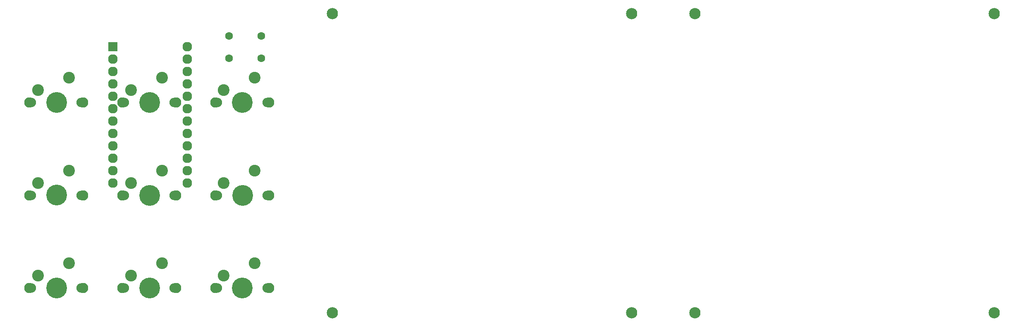
<source format=gbr>
%TF.GenerationSoftware,Altium Limited,Altium Designer,20.1.12 (249)*%
G04 Layer_Color=16711935*
%FSLAX26Y26*%
%MOIN*%
%TF.SameCoordinates,48E641B1-37B0-44A9-B879-09A3BD72E7FB*%
%TF.FilePolarity,Negative*%
%TF.FileFunction,Soldermask,Bot*%
%TF.Part,Single*%
G01*
G75*
%TA.AperFunction,ComponentPad*%
%ADD22C,0.077016*%
%ADD23R,0.077016X0.077016*%
%ADD24C,0.167449*%
%ADD25C,0.094614*%
%ADD26C,0.082803*%
%ADD27C,0.074929*%
%ADD28C,0.063118*%
%TA.AperFunction,ViaPad*%
%ADD29C,0.090677*%
D22*
X848854Y1624174D02*
D03*
Y2224174D02*
D03*
Y2024174D02*
D03*
Y1824174D02*
D03*
Y1924174D02*
D03*
Y1424174D02*
D03*
Y1524174D02*
D03*
Y1224174D02*
D03*
Y2124174D02*
D03*
Y1724174D02*
D03*
Y1324174D02*
D03*
X1448854Y1624174D02*
D03*
Y2324174D02*
D03*
Y2024174D02*
D03*
Y2224174D02*
D03*
Y1824174D02*
D03*
Y1924174D02*
D03*
Y1424174D02*
D03*
Y1524174D02*
D03*
Y1224174D02*
D03*
Y1724174D02*
D03*
Y1324174D02*
D03*
Y2124174D02*
D03*
D23*
X848854Y2324174D02*
D03*
D24*
X397047Y375000D02*
D03*
Y1124213D02*
D03*
X1146496Y1123189D02*
D03*
X1895709D02*
D03*
X1146260Y375000D02*
D03*
X1895472D02*
D03*
X397047Y1873425D02*
D03*
X1146260D02*
D03*
X1895472D02*
D03*
D25*
X246457Y474409D02*
D03*
X496457Y574409D02*
D03*
X246457Y1223622D02*
D03*
X496457Y1323622D02*
D03*
X995905Y1222598D02*
D03*
X1245906Y1322598D02*
D03*
X1745118Y1222598D02*
D03*
X1995118Y1322598D02*
D03*
X995669Y474409D02*
D03*
X1245669Y574409D02*
D03*
X1744882Y474409D02*
D03*
X1994882Y574409D02*
D03*
X246457Y1972835D02*
D03*
X496457Y2072835D02*
D03*
X995669Y1972835D02*
D03*
X1245669Y2072835D02*
D03*
X1744882Y1972835D02*
D03*
X1994882Y2072835D02*
D03*
D26*
X178543Y374409D02*
D03*
X612008D02*
D03*
X178543Y1123622D02*
D03*
X612008D02*
D03*
X927992Y1122598D02*
D03*
X1361457D02*
D03*
X1677205D02*
D03*
X2110669D02*
D03*
X927756Y374409D02*
D03*
X1361220D02*
D03*
X1676968D02*
D03*
X2110433D02*
D03*
X178543Y1872835D02*
D03*
X612008D02*
D03*
X927756D02*
D03*
X1361220D02*
D03*
X1676968D02*
D03*
X2110433D02*
D03*
D27*
X195472Y374409D02*
D03*
X595472D02*
D03*
X195472Y1123622D02*
D03*
X595472D02*
D03*
X944921Y1122598D02*
D03*
X1344921D02*
D03*
X1694134D02*
D03*
X2094134D02*
D03*
X944685Y374409D02*
D03*
X1344685D02*
D03*
X1693898D02*
D03*
X2093898D02*
D03*
X195472Y1872835D02*
D03*
X595472D02*
D03*
X944685D02*
D03*
X1344685D02*
D03*
X1693898D02*
D03*
X2093898D02*
D03*
D28*
X1788740Y2229291D02*
D03*
Y2410394D02*
D03*
X2048583Y2229291D02*
D03*
Y2410394D02*
D03*
D29*
X5543110Y2590551D02*
D03*
Y177165D02*
D03*
X7956496Y2590551D02*
D03*
D03*
D03*
Y177165D02*
D03*
X5035433D02*
D03*
Y2590551D02*
D03*
D03*
D03*
X2622047Y177165D02*
D03*
Y2590551D02*
D03*
%TF.MD5,bfe2e3350098accf1275e5d240ce14eb*%
M02*

</source>
